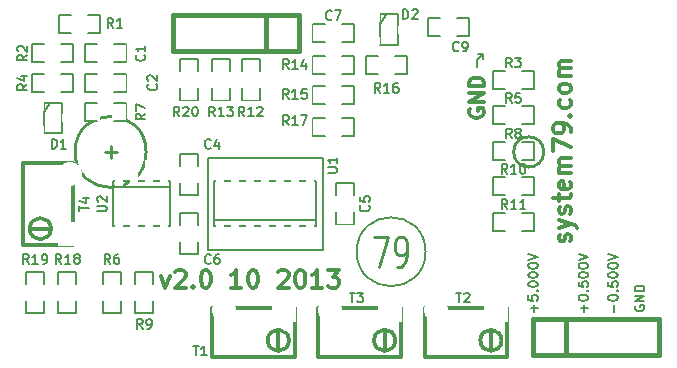
<source format=gto>
G04 (created by PCBNEW (2013-03-31 BZR 4008)-stable) date 2013-10-21 1:47:18 PM*
%MOIN*%
G04 Gerber Fmt 3.4, Leading zero omitted, Abs format*
%FSLAX34Y34*%
G01*
G70*
G90*
G04 APERTURE LIST*
%ADD10C,0.006*%
%ADD11C,0.00984252*%
%ADD12C,0.00787402*%
%ADD13C,0.011811*%
%ADD14C,0.005*%
%ADD15C,0.015*%
%ADD16C,0.0026*%
%ADD17C,0.0078*%
%ADD18C,0.008*%
%ADD19C,0.0802748*%
%ADD20R,0.0409748X0.0291748*%
%ADD21R,0.0565748X0.0465748*%
%ADD22R,0.0465748X0.0565748*%
%ADD23R,0.0802748X0.0802748*%
%ADD24R,0.0251748X0.0881748*%
%ADD25C,0.080315*%
G04 APERTURE END LIST*
G54D10*
X31025Y-17960D02*
X31010Y-17990D01*
X31010Y-18036D01*
X31025Y-18082D01*
X31056Y-18112D01*
X31086Y-18127D01*
X31147Y-18143D01*
X31193Y-18143D01*
X31254Y-18127D01*
X31284Y-18112D01*
X31315Y-18082D01*
X31330Y-18036D01*
X31330Y-18006D01*
X31315Y-17960D01*
X31299Y-17945D01*
X31193Y-17945D01*
X31193Y-18006D01*
X31330Y-17807D02*
X31010Y-17807D01*
X31330Y-17625D01*
X31010Y-17625D01*
X31330Y-17472D02*
X31010Y-17472D01*
X31010Y-17396D01*
X31025Y-17350D01*
X31056Y-17320D01*
X31086Y-17305D01*
X31147Y-17289D01*
X31193Y-17289D01*
X31254Y-17305D01*
X31284Y-17320D01*
X31315Y-17350D01*
X31330Y-17396D01*
X31330Y-17472D01*
X30322Y-18169D02*
X30322Y-17925D01*
X30124Y-17712D02*
X30124Y-17681D01*
X30139Y-17651D01*
X30154Y-17635D01*
X30185Y-17620D01*
X30246Y-17605D01*
X30322Y-17605D01*
X30383Y-17620D01*
X30414Y-17635D01*
X30429Y-17651D01*
X30444Y-17681D01*
X30444Y-17712D01*
X30429Y-17742D01*
X30414Y-17757D01*
X30383Y-17772D01*
X30322Y-17788D01*
X30246Y-17788D01*
X30185Y-17772D01*
X30154Y-17757D01*
X30139Y-17742D01*
X30124Y-17712D01*
X30414Y-17468D02*
X30429Y-17452D01*
X30444Y-17468D01*
X30429Y-17483D01*
X30414Y-17468D01*
X30444Y-17468D01*
X30124Y-17163D02*
X30124Y-17315D01*
X30276Y-17331D01*
X30261Y-17315D01*
X30246Y-17285D01*
X30246Y-17209D01*
X30261Y-17178D01*
X30276Y-17163D01*
X30307Y-17148D01*
X30383Y-17148D01*
X30414Y-17163D01*
X30429Y-17178D01*
X30444Y-17209D01*
X30444Y-17285D01*
X30429Y-17315D01*
X30414Y-17331D01*
X30124Y-16950D02*
X30124Y-16919D01*
X30139Y-16889D01*
X30154Y-16873D01*
X30185Y-16858D01*
X30246Y-16843D01*
X30322Y-16843D01*
X30383Y-16858D01*
X30414Y-16873D01*
X30429Y-16889D01*
X30444Y-16919D01*
X30444Y-16950D01*
X30429Y-16980D01*
X30414Y-16995D01*
X30383Y-17011D01*
X30322Y-17026D01*
X30246Y-17026D01*
X30185Y-17011D01*
X30154Y-16995D01*
X30139Y-16980D01*
X30124Y-16950D01*
X30124Y-16645D02*
X30124Y-16614D01*
X30139Y-16584D01*
X30154Y-16569D01*
X30185Y-16553D01*
X30246Y-16538D01*
X30322Y-16538D01*
X30383Y-16553D01*
X30414Y-16569D01*
X30429Y-16584D01*
X30444Y-16614D01*
X30444Y-16645D01*
X30429Y-16675D01*
X30414Y-16691D01*
X30383Y-16706D01*
X30322Y-16721D01*
X30246Y-16721D01*
X30185Y-16706D01*
X30154Y-16691D01*
X30139Y-16675D01*
X30124Y-16645D01*
X30124Y-16447D02*
X30444Y-16340D01*
X30124Y-16233D01*
X29338Y-18169D02*
X29338Y-17925D01*
X29460Y-18047D02*
X29216Y-18047D01*
X29140Y-17712D02*
X29140Y-17681D01*
X29155Y-17651D01*
X29170Y-17635D01*
X29201Y-17620D01*
X29262Y-17605D01*
X29338Y-17605D01*
X29399Y-17620D01*
X29429Y-17635D01*
X29444Y-17651D01*
X29460Y-17681D01*
X29460Y-17712D01*
X29444Y-17742D01*
X29429Y-17757D01*
X29399Y-17772D01*
X29338Y-17788D01*
X29262Y-17788D01*
X29201Y-17772D01*
X29170Y-17757D01*
X29155Y-17742D01*
X29140Y-17712D01*
X29429Y-17468D02*
X29444Y-17452D01*
X29460Y-17468D01*
X29444Y-17483D01*
X29429Y-17468D01*
X29460Y-17468D01*
X29140Y-17163D02*
X29140Y-17315D01*
X29292Y-17331D01*
X29277Y-17315D01*
X29262Y-17285D01*
X29262Y-17209D01*
X29277Y-17178D01*
X29292Y-17163D01*
X29323Y-17148D01*
X29399Y-17148D01*
X29429Y-17163D01*
X29444Y-17178D01*
X29460Y-17209D01*
X29460Y-17285D01*
X29444Y-17315D01*
X29429Y-17331D01*
X29140Y-16950D02*
X29140Y-16919D01*
X29155Y-16889D01*
X29170Y-16873D01*
X29201Y-16858D01*
X29262Y-16843D01*
X29338Y-16843D01*
X29399Y-16858D01*
X29429Y-16873D01*
X29444Y-16889D01*
X29460Y-16919D01*
X29460Y-16950D01*
X29444Y-16980D01*
X29429Y-16995D01*
X29399Y-17011D01*
X29338Y-17026D01*
X29262Y-17026D01*
X29201Y-17011D01*
X29170Y-16995D01*
X29155Y-16980D01*
X29140Y-16950D01*
X29140Y-16645D02*
X29140Y-16614D01*
X29155Y-16584D01*
X29170Y-16569D01*
X29201Y-16553D01*
X29262Y-16538D01*
X29338Y-16538D01*
X29399Y-16553D01*
X29429Y-16569D01*
X29444Y-16584D01*
X29460Y-16614D01*
X29460Y-16645D01*
X29444Y-16675D01*
X29429Y-16691D01*
X29399Y-16706D01*
X29338Y-16721D01*
X29262Y-16721D01*
X29201Y-16706D01*
X29170Y-16691D01*
X29155Y-16675D01*
X29140Y-16645D01*
X29140Y-16447D02*
X29460Y-16340D01*
X29140Y-16233D01*
X27665Y-18169D02*
X27665Y-17925D01*
X27787Y-18047D02*
X27543Y-18047D01*
X27467Y-17620D02*
X27467Y-17772D01*
X27619Y-17788D01*
X27604Y-17772D01*
X27588Y-17742D01*
X27588Y-17666D01*
X27604Y-17635D01*
X27619Y-17620D01*
X27649Y-17605D01*
X27726Y-17605D01*
X27756Y-17620D01*
X27771Y-17635D01*
X27787Y-17666D01*
X27787Y-17742D01*
X27771Y-17772D01*
X27756Y-17788D01*
X27756Y-17468D02*
X27771Y-17452D01*
X27787Y-17468D01*
X27771Y-17483D01*
X27756Y-17468D01*
X27787Y-17468D01*
X27467Y-17254D02*
X27467Y-17224D01*
X27482Y-17193D01*
X27497Y-17178D01*
X27527Y-17163D01*
X27588Y-17148D01*
X27665Y-17148D01*
X27726Y-17163D01*
X27756Y-17178D01*
X27771Y-17193D01*
X27787Y-17224D01*
X27787Y-17254D01*
X27771Y-17285D01*
X27756Y-17300D01*
X27726Y-17315D01*
X27665Y-17331D01*
X27588Y-17331D01*
X27527Y-17315D01*
X27497Y-17300D01*
X27482Y-17285D01*
X27467Y-17254D01*
X27467Y-16950D02*
X27467Y-16919D01*
X27482Y-16889D01*
X27497Y-16873D01*
X27527Y-16858D01*
X27588Y-16843D01*
X27665Y-16843D01*
X27726Y-16858D01*
X27756Y-16873D01*
X27771Y-16889D01*
X27787Y-16919D01*
X27787Y-16950D01*
X27771Y-16980D01*
X27756Y-16995D01*
X27726Y-17011D01*
X27665Y-17026D01*
X27588Y-17026D01*
X27527Y-17011D01*
X27497Y-16995D01*
X27482Y-16980D01*
X27467Y-16950D01*
X27467Y-16645D02*
X27467Y-16614D01*
X27482Y-16584D01*
X27497Y-16569D01*
X27527Y-16553D01*
X27588Y-16538D01*
X27665Y-16538D01*
X27726Y-16553D01*
X27756Y-16569D01*
X27771Y-16584D01*
X27787Y-16614D01*
X27787Y-16645D01*
X27771Y-16675D01*
X27756Y-16691D01*
X27726Y-16706D01*
X27665Y-16721D01*
X27588Y-16721D01*
X27527Y-16706D01*
X27497Y-16691D01*
X27482Y-16675D01*
X27467Y-16645D01*
X27467Y-16447D02*
X27787Y-16340D01*
X27467Y-16233D01*
X12506Y-14810D02*
X12506Y-14627D01*
X12826Y-14719D02*
X12506Y-14719D01*
X12613Y-14384D02*
X12826Y-14384D01*
X12491Y-14460D02*
X12719Y-14536D01*
X12719Y-14338D01*
X21508Y-17526D02*
X21691Y-17526D01*
X21599Y-17846D02*
X21599Y-17526D01*
X21767Y-17526D02*
X21965Y-17526D01*
X21858Y-17647D01*
X21904Y-17647D01*
X21934Y-17663D01*
X21950Y-17678D01*
X21965Y-17708D01*
X21965Y-17785D01*
X21950Y-17815D01*
X21934Y-17830D01*
X21904Y-17846D01*
X21812Y-17846D01*
X21782Y-17830D01*
X21767Y-17815D01*
X25051Y-17526D02*
X25234Y-17526D01*
X25142Y-17846D02*
X25142Y-17526D01*
X25325Y-17556D02*
X25340Y-17541D01*
X25371Y-17526D01*
X25447Y-17526D01*
X25478Y-17541D01*
X25493Y-17556D01*
X25508Y-17587D01*
X25508Y-17617D01*
X25493Y-17663D01*
X25310Y-17846D01*
X25508Y-17846D01*
X16291Y-19297D02*
X16474Y-19297D01*
X16383Y-19617D02*
X16383Y-19297D01*
X16748Y-19617D02*
X16565Y-19617D01*
X16657Y-19617D02*
X16657Y-19297D01*
X16626Y-19343D01*
X16596Y-19373D01*
X16565Y-19389D01*
G54D11*
X27984Y-12834D02*
G75*
G03X27984Y-12834I-504J0D01*
G74*
G01*
X13543Y-12637D02*
X13543Y-13031D01*
X13740Y-12834D02*
X13346Y-12834D01*
X14727Y-12834D02*
G75*
G03X14727Y-12834I-1184J0D01*
G74*
G01*
G54D12*
X25944Y-9586D02*
X25944Y-9744D01*
X25944Y-9586D02*
X25787Y-9586D01*
X25748Y-9783D02*
X25748Y-10019D01*
X25944Y-9586D02*
X25748Y-9783D01*
G54D13*
X25513Y-11404D02*
X25489Y-11452D01*
X25489Y-11523D01*
X25513Y-11595D01*
X25561Y-11642D01*
X25608Y-11666D01*
X25704Y-11690D01*
X25775Y-11690D01*
X25870Y-11666D01*
X25918Y-11642D01*
X25965Y-11595D01*
X25989Y-11523D01*
X25989Y-11476D01*
X25965Y-11404D01*
X25942Y-11380D01*
X25775Y-11380D01*
X25775Y-11476D01*
X25989Y-11166D02*
X25489Y-11166D01*
X25989Y-10880D01*
X25489Y-10880D01*
X25989Y-10642D02*
X25489Y-10642D01*
X25489Y-10523D01*
X25513Y-10452D01*
X25561Y-10404D01*
X25608Y-10380D01*
X25704Y-10356D01*
X25775Y-10356D01*
X25870Y-10380D01*
X25918Y-10404D01*
X25965Y-10452D01*
X25989Y-10523D01*
X25989Y-10642D01*
X15227Y-16971D02*
X15368Y-17365D01*
X15508Y-16971D01*
X15705Y-16830D02*
X15733Y-16802D01*
X15790Y-16774D01*
X15930Y-16774D01*
X15987Y-16802D01*
X16015Y-16830D01*
X16043Y-16886D01*
X16043Y-16943D01*
X16015Y-17027D01*
X15677Y-17365D01*
X16043Y-17365D01*
X16296Y-17308D02*
X16324Y-17336D01*
X16296Y-17365D01*
X16268Y-17336D01*
X16296Y-17308D01*
X16296Y-17365D01*
X16690Y-16774D02*
X16746Y-16774D01*
X16802Y-16802D01*
X16830Y-16830D01*
X16858Y-16886D01*
X16886Y-16999D01*
X16886Y-17140D01*
X16858Y-17252D01*
X16830Y-17308D01*
X16802Y-17336D01*
X16746Y-17365D01*
X16690Y-17365D01*
X16633Y-17336D01*
X16605Y-17308D01*
X16577Y-17252D01*
X16549Y-17140D01*
X16549Y-16999D01*
X16577Y-16886D01*
X16605Y-16830D01*
X16633Y-16802D01*
X16690Y-16774D01*
X17899Y-17365D02*
X17561Y-17365D01*
X17730Y-17365D02*
X17730Y-16774D01*
X17674Y-16858D01*
X17618Y-16915D01*
X17561Y-16943D01*
X18264Y-16774D02*
X18321Y-16774D01*
X18377Y-16802D01*
X18405Y-16830D01*
X18433Y-16886D01*
X18461Y-16999D01*
X18461Y-17140D01*
X18433Y-17252D01*
X18405Y-17308D01*
X18377Y-17336D01*
X18321Y-17365D01*
X18264Y-17365D01*
X18208Y-17336D01*
X18180Y-17308D01*
X18152Y-17252D01*
X18124Y-17140D01*
X18124Y-16999D01*
X18152Y-16886D01*
X18180Y-16830D01*
X18208Y-16802D01*
X18264Y-16774D01*
X19136Y-16830D02*
X19164Y-16802D01*
X19221Y-16774D01*
X19361Y-16774D01*
X19417Y-16802D01*
X19446Y-16830D01*
X19474Y-16886D01*
X19474Y-16943D01*
X19446Y-17027D01*
X19108Y-17365D01*
X19474Y-17365D01*
X19839Y-16774D02*
X19895Y-16774D01*
X19952Y-16802D01*
X19980Y-16830D01*
X20008Y-16886D01*
X20036Y-16999D01*
X20036Y-17140D01*
X20008Y-17252D01*
X19980Y-17308D01*
X19952Y-17336D01*
X19895Y-17365D01*
X19839Y-17365D01*
X19783Y-17336D01*
X19755Y-17308D01*
X19727Y-17252D01*
X19699Y-17140D01*
X19699Y-16999D01*
X19727Y-16886D01*
X19755Y-16830D01*
X19783Y-16802D01*
X19839Y-16774D01*
X20598Y-17365D02*
X20261Y-17365D01*
X20430Y-17365D02*
X20430Y-16774D01*
X20374Y-16858D01*
X20317Y-16915D01*
X20261Y-16943D01*
X20795Y-16774D02*
X21161Y-16774D01*
X20964Y-16999D01*
X21048Y-16999D01*
X21105Y-17027D01*
X21133Y-17055D01*
X21161Y-17111D01*
X21161Y-17252D01*
X21133Y-17308D01*
X21105Y-17336D01*
X21048Y-17365D01*
X20880Y-17365D01*
X20823Y-17336D01*
X20795Y-17308D01*
X28852Y-15818D02*
X28880Y-15762D01*
X28880Y-15649D01*
X28852Y-15593D01*
X28796Y-15565D01*
X28768Y-15565D01*
X28712Y-15593D01*
X28683Y-15649D01*
X28683Y-15733D01*
X28655Y-15790D01*
X28599Y-15818D01*
X28571Y-15818D01*
X28515Y-15790D01*
X28487Y-15733D01*
X28487Y-15649D01*
X28515Y-15593D01*
X28487Y-15368D02*
X28880Y-15227D01*
X28487Y-15087D02*
X28880Y-15227D01*
X29021Y-15284D01*
X29049Y-15312D01*
X29077Y-15368D01*
X28852Y-14890D02*
X28880Y-14834D01*
X28880Y-14721D01*
X28852Y-14665D01*
X28796Y-14637D01*
X28768Y-14637D01*
X28712Y-14665D01*
X28683Y-14721D01*
X28683Y-14805D01*
X28655Y-14862D01*
X28599Y-14890D01*
X28571Y-14890D01*
X28515Y-14862D01*
X28487Y-14805D01*
X28487Y-14721D01*
X28515Y-14665D01*
X28487Y-14468D02*
X28487Y-14243D01*
X28290Y-14384D02*
X28796Y-14384D01*
X28852Y-14356D01*
X28880Y-14299D01*
X28880Y-14243D01*
X28852Y-13821D02*
X28880Y-13877D01*
X28880Y-13990D01*
X28852Y-14046D01*
X28796Y-14074D01*
X28571Y-14074D01*
X28515Y-14046D01*
X28487Y-13990D01*
X28487Y-13877D01*
X28515Y-13821D01*
X28571Y-13793D01*
X28627Y-13793D01*
X28683Y-14074D01*
X28880Y-13540D02*
X28487Y-13540D01*
X28543Y-13540D02*
X28515Y-13512D01*
X28487Y-13456D01*
X28487Y-13371D01*
X28515Y-13315D01*
X28571Y-13287D01*
X28880Y-13287D01*
X28571Y-13287D02*
X28515Y-13259D01*
X28487Y-13203D01*
X28487Y-13118D01*
X28515Y-13062D01*
X28571Y-13034D01*
X28880Y-13034D01*
X28290Y-12809D02*
X28290Y-12415D01*
X28880Y-12668D01*
X28880Y-12162D02*
X28880Y-12050D01*
X28852Y-11993D01*
X28824Y-11965D01*
X28740Y-11909D01*
X28627Y-11881D01*
X28402Y-11881D01*
X28346Y-11909D01*
X28318Y-11937D01*
X28290Y-11993D01*
X28290Y-12106D01*
X28318Y-12162D01*
X28346Y-12190D01*
X28402Y-12218D01*
X28543Y-12218D01*
X28599Y-12190D01*
X28627Y-12162D01*
X28655Y-12106D01*
X28655Y-11993D01*
X28627Y-11937D01*
X28599Y-11909D01*
X28543Y-11881D01*
X28824Y-11628D02*
X28852Y-11600D01*
X28880Y-11628D01*
X28852Y-11656D01*
X28824Y-11628D01*
X28880Y-11628D01*
X28852Y-11093D02*
X28880Y-11150D01*
X28880Y-11262D01*
X28852Y-11318D01*
X28824Y-11347D01*
X28768Y-11375D01*
X28599Y-11375D01*
X28543Y-11347D01*
X28515Y-11318D01*
X28487Y-11262D01*
X28487Y-11150D01*
X28515Y-11093D01*
X28880Y-10756D02*
X28852Y-10812D01*
X28824Y-10840D01*
X28768Y-10868D01*
X28599Y-10868D01*
X28543Y-10840D01*
X28515Y-10812D01*
X28487Y-10756D01*
X28487Y-10672D01*
X28515Y-10615D01*
X28543Y-10587D01*
X28599Y-10559D01*
X28768Y-10559D01*
X28824Y-10587D01*
X28852Y-10615D01*
X28880Y-10672D01*
X28880Y-10756D01*
X28880Y-10306D02*
X28487Y-10306D01*
X28543Y-10306D02*
X28515Y-10278D01*
X28487Y-10222D01*
X28487Y-10137D01*
X28515Y-10081D01*
X28571Y-10053D01*
X28880Y-10053D01*
X28571Y-10053D02*
X28515Y-10025D01*
X28487Y-9969D01*
X28487Y-9884D01*
X28515Y-9828D01*
X28571Y-9800D01*
X28880Y-9800D01*
G54D12*
X24041Y-16161D02*
G75*
G03X24041Y-16161I-1147J0D01*
G74*
G01*
G54D11*
X22335Y-15673D02*
X22795Y-15673D01*
X22500Y-16658D01*
X23090Y-16658D02*
X23221Y-16658D01*
X23287Y-16611D01*
X23320Y-16564D01*
X23385Y-16423D01*
X23418Y-16236D01*
X23418Y-15861D01*
X23385Y-15767D01*
X23353Y-15720D01*
X23287Y-15673D01*
X23156Y-15673D01*
X23090Y-15720D01*
X23057Y-15767D01*
X23024Y-15861D01*
X23024Y-16095D01*
X23057Y-16189D01*
X23090Y-16236D01*
X23156Y-16283D01*
X23287Y-16283D01*
X23353Y-16236D01*
X23385Y-16189D01*
X23418Y-16095D01*
G54D14*
X11314Y-11512D02*
X11514Y-11212D01*
X11314Y-12212D02*
X11314Y-11187D01*
X11314Y-11187D02*
X11914Y-11187D01*
X11914Y-11187D02*
X11914Y-12212D01*
X11914Y-12212D02*
X11314Y-12212D01*
X15841Y-15271D02*
X15841Y-14871D01*
X15841Y-14871D02*
X16441Y-14871D01*
X16441Y-14871D02*
X16441Y-15271D01*
X16441Y-15831D02*
X16441Y-16231D01*
X16441Y-16231D02*
X15841Y-16231D01*
X15841Y-16231D02*
X15841Y-15831D01*
X15841Y-13302D02*
X15841Y-12902D01*
X15841Y-12902D02*
X16441Y-12902D01*
X16441Y-12902D02*
X16441Y-13302D01*
X16441Y-13862D02*
X16441Y-14262D01*
X16441Y-14262D02*
X15841Y-14262D01*
X15841Y-14262D02*
X15841Y-13862D01*
X17524Y-10713D02*
X17524Y-11113D01*
X17524Y-11113D02*
X16924Y-11113D01*
X16924Y-11113D02*
X16924Y-10713D01*
X16924Y-10153D02*
X16924Y-9753D01*
X16924Y-9753D02*
X17524Y-9753D01*
X17524Y-9753D02*
X17524Y-10153D01*
X26688Y-15457D02*
X26288Y-15457D01*
X26288Y-15457D02*
X26288Y-14857D01*
X26288Y-14857D02*
X26688Y-14857D01*
X27248Y-14857D02*
X27648Y-14857D01*
X27648Y-14857D02*
X27648Y-15457D01*
X27648Y-15457D02*
X27248Y-15457D01*
X26688Y-14276D02*
X26288Y-14276D01*
X26288Y-14276D02*
X26288Y-13676D01*
X26288Y-13676D02*
X26688Y-13676D01*
X27248Y-13676D02*
X27648Y-13676D01*
X27648Y-13676D02*
X27648Y-14276D01*
X27648Y-14276D02*
X27248Y-14276D01*
X26688Y-13095D02*
X26288Y-13095D01*
X26288Y-13095D02*
X26288Y-12495D01*
X26288Y-12495D02*
X26688Y-12495D01*
X27248Y-12495D02*
X27648Y-12495D01*
X27648Y-12495D02*
X27648Y-13095D01*
X27648Y-13095D02*
X27248Y-13095D01*
X26688Y-11914D02*
X26288Y-11914D01*
X26288Y-11914D02*
X26288Y-11314D01*
X26288Y-11314D02*
X26688Y-11314D01*
X27248Y-11314D02*
X27648Y-11314D01*
X27648Y-11314D02*
X27648Y-11914D01*
X27648Y-11914D02*
X27248Y-11914D01*
X26688Y-10733D02*
X26288Y-10733D01*
X26288Y-10733D02*
X26288Y-10133D01*
X26288Y-10133D02*
X26688Y-10133D01*
X27248Y-10133D02*
X27648Y-10133D01*
X27648Y-10133D02*
X27648Y-10733D01*
X27648Y-10733D02*
X27248Y-10733D01*
X13105Y-11815D02*
X12705Y-11815D01*
X12705Y-11815D02*
X12705Y-11215D01*
X12705Y-11215D02*
X13105Y-11215D01*
X13665Y-11215D02*
X14065Y-11215D01*
X14065Y-11215D02*
X14065Y-11815D01*
X14065Y-11815D02*
X13665Y-11815D01*
X11334Y-9847D02*
X10934Y-9847D01*
X10934Y-9847D02*
X10934Y-9247D01*
X10934Y-9247D02*
X11334Y-9247D01*
X11894Y-9247D02*
X12294Y-9247D01*
X12294Y-9247D02*
X12294Y-9847D01*
X12294Y-9847D02*
X11894Y-9847D01*
X13105Y-9847D02*
X12705Y-9847D01*
X12705Y-9847D02*
X12705Y-9247D01*
X12705Y-9247D02*
X13105Y-9247D01*
X13665Y-9247D02*
X14065Y-9247D01*
X14065Y-9247D02*
X14065Y-9847D01*
X14065Y-9847D02*
X13665Y-9847D01*
X18508Y-10713D02*
X18508Y-11113D01*
X18508Y-11113D02*
X17908Y-11113D01*
X17908Y-11113D02*
X17908Y-10713D01*
X17908Y-10153D02*
X17908Y-9753D01*
X17908Y-9753D02*
X18508Y-9753D01*
X18508Y-9753D02*
X18508Y-10153D01*
X21058Y-14286D02*
X21058Y-13886D01*
X21058Y-13886D02*
X21658Y-13886D01*
X21658Y-13886D02*
X21658Y-14286D01*
X21658Y-14846D02*
X21658Y-15246D01*
X21658Y-15246D02*
X21058Y-15246D01*
X21058Y-15246D02*
X21058Y-14846D01*
X14365Y-17239D02*
X14365Y-16839D01*
X14365Y-16839D02*
X14965Y-16839D01*
X14965Y-16839D02*
X14965Y-17239D01*
X14965Y-17799D02*
X14965Y-18199D01*
X14965Y-18199D02*
X14365Y-18199D01*
X14365Y-18199D02*
X14365Y-17799D01*
X13105Y-10831D02*
X12705Y-10831D01*
X12705Y-10831D02*
X12705Y-10231D01*
X12705Y-10231D02*
X13105Y-10231D01*
X13665Y-10231D02*
X14065Y-10231D01*
X14065Y-10231D02*
X14065Y-10831D01*
X14065Y-10831D02*
X13665Y-10831D01*
X13882Y-17799D02*
X13882Y-18199D01*
X13882Y-18199D02*
X13282Y-18199D01*
X13282Y-18199D02*
X13282Y-17799D01*
X13282Y-17239D02*
X13282Y-16839D01*
X13282Y-16839D02*
X13882Y-16839D01*
X13882Y-16839D02*
X13882Y-17239D01*
X11334Y-10831D02*
X10934Y-10831D01*
X10934Y-10831D02*
X10934Y-10231D01*
X10934Y-10231D02*
X11334Y-10231D01*
X11894Y-10231D02*
X12294Y-10231D01*
X12294Y-10231D02*
X12294Y-10831D01*
X12294Y-10831D02*
X11894Y-10831D01*
X12220Y-8862D02*
X11820Y-8862D01*
X11820Y-8862D02*
X11820Y-8262D01*
X11820Y-8262D02*
X12220Y-8262D01*
X12780Y-8262D02*
X13180Y-8262D01*
X13180Y-8262D02*
X13180Y-8862D01*
X13180Y-8862D02*
X12780Y-8862D01*
G54D15*
X18716Y-9458D02*
X18716Y-8258D01*
X19816Y-9458D02*
X19816Y-8258D01*
X19816Y-8258D02*
X15616Y-8258D01*
X15616Y-8258D02*
X15616Y-9458D01*
X15616Y-9458D02*
X19816Y-9458D01*
G54D16*
X17104Y-15786D02*
X17297Y-15786D01*
X17297Y-15786D02*
X17297Y-15353D01*
X17104Y-15353D02*
X17297Y-15353D01*
X17104Y-15786D02*
X17104Y-15353D01*
X17604Y-15786D02*
X17797Y-15786D01*
X17797Y-15786D02*
X17797Y-15353D01*
X17604Y-15353D02*
X17797Y-15353D01*
X17604Y-15786D02*
X17604Y-15353D01*
X18104Y-15786D02*
X18297Y-15786D01*
X18297Y-15786D02*
X18297Y-15353D01*
X18104Y-15353D02*
X18297Y-15353D01*
X18104Y-15786D02*
X18104Y-15353D01*
X18604Y-15786D02*
X18796Y-15786D01*
X18796Y-15786D02*
X18796Y-15353D01*
X18604Y-15353D02*
X18796Y-15353D01*
X18604Y-15786D02*
X18604Y-15353D01*
X18604Y-13779D02*
X18796Y-13779D01*
X18796Y-13779D02*
X18796Y-13346D01*
X18604Y-13346D02*
X18796Y-13346D01*
X18604Y-13779D02*
X18604Y-13346D01*
X18104Y-13779D02*
X18297Y-13779D01*
X18297Y-13779D02*
X18297Y-13346D01*
X18104Y-13346D02*
X18297Y-13346D01*
X18104Y-13779D02*
X18104Y-13346D01*
X17604Y-13779D02*
X17797Y-13779D01*
X17797Y-13779D02*
X17797Y-13346D01*
X17604Y-13346D02*
X17797Y-13346D01*
X17604Y-13779D02*
X17604Y-13346D01*
X17104Y-13779D02*
X17297Y-13779D01*
X17297Y-13779D02*
X17297Y-13346D01*
X17104Y-13346D02*
X17297Y-13346D01*
X17104Y-13779D02*
X17104Y-13346D01*
X19103Y-15786D02*
X19296Y-15786D01*
X19296Y-15786D02*
X19296Y-15353D01*
X19103Y-15353D02*
X19296Y-15353D01*
X19103Y-15786D02*
X19103Y-15353D01*
X19603Y-15786D02*
X19796Y-15786D01*
X19796Y-15786D02*
X19796Y-15353D01*
X19603Y-15353D02*
X19796Y-15353D01*
X19603Y-15786D02*
X19603Y-15353D01*
X20103Y-15786D02*
X20296Y-15786D01*
X20296Y-15786D02*
X20296Y-15353D01*
X20103Y-15353D02*
X20296Y-15353D01*
X20103Y-15786D02*
X20103Y-15353D01*
X20103Y-13779D02*
X20296Y-13779D01*
X20296Y-13779D02*
X20296Y-13346D01*
X20103Y-13346D02*
X20296Y-13346D01*
X20103Y-13779D02*
X20103Y-13346D01*
X19603Y-13779D02*
X19796Y-13779D01*
X19796Y-13779D02*
X19796Y-13346D01*
X19603Y-13346D02*
X19796Y-13346D01*
X19603Y-13779D02*
X19603Y-13346D01*
X19103Y-13779D02*
X19296Y-13779D01*
X19296Y-13779D02*
X19296Y-13346D01*
X19103Y-13346D02*
X19296Y-13346D01*
X19103Y-13779D02*
X19103Y-13346D01*
G54D17*
X16773Y-13031D02*
X20627Y-13031D01*
X20627Y-16101D02*
X16773Y-16101D01*
X16773Y-16101D02*
X16773Y-13031D01*
G54D18*
X20394Y-15314D02*
X17006Y-15314D01*
X17006Y-15314D02*
X17006Y-15117D01*
X17006Y-15117D02*
X17006Y-13818D01*
X20394Y-15117D02*
X17006Y-15117D01*
X20394Y-13818D02*
X20394Y-15117D01*
X20394Y-15117D02*
X20394Y-15314D01*
G54D17*
X20627Y-13031D02*
X20627Y-16101D01*
G54D18*
X17006Y-13818D02*
X20394Y-13818D01*
G54D14*
X22534Y-8559D02*
X22734Y-8259D01*
X22534Y-9259D02*
X22534Y-8234D01*
X22534Y-8234D02*
X23134Y-8234D01*
X23134Y-8234D02*
X23134Y-9259D01*
X23134Y-9259D02*
X22534Y-9259D01*
X22456Y-10240D02*
X22056Y-10240D01*
X22056Y-10240D02*
X22056Y-9640D01*
X22056Y-9640D02*
X22456Y-9640D01*
X23016Y-9640D02*
X23416Y-9640D01*
X23416Y-9640D02*
X23416Y-10240D01*
X23416Y-10240D02*
X23016Y-10240D01*
X24523Y-8961D02*
X24123Y-8961D01*
X24123Y-8961D02*
X24123Y-8361D01*
X24123Y-8361D02*
X24523Y-8361D01*
X25083Y-8361D02*
X25483Y-8361D01*
X25483Y-8361D02*
X25483Y-8961D01*
X25483Y-8961D02*
X25083Y-8961D01*
X21244Y-11707D02*
X21644Y-11707D01*
X21644Y-11707D02*
X21644Y-12307D01*
X21644Y-12307D02*
X21244Y-12307D01*
X20684Y-12307D02*
X20284Y-12307D01*
X20284Y-12307D02*
X20284Y-11707D01*
X20284Y-11707D02*
X20684Y-11707D01*
X20684Y-10240D02*
X20284Y-10240D01*
X20284Y-10240D02*
X20284Y-9640D01*
X20284Y-9640D02*
X20684Y-9640D01*
X21244Y-9640D02*
X21644Y-9640D01*
X21644Y-9640D02*
X21644Y-10240D01*
X21644Y-10240D02*
X21244Y-10240D01*
X21244Y-10625D02*
X21644Y-10625D01*
X21644Y-10625D02*
X21644Y-11225D01*
X21644Y-11225D02*
X21244Y-11225D01*
X20684Y-11225D02*
X20284Y-11225D01*
X20284Y-11225D02*
X20284Y-10625D01*
X20284Y-10625D02*
X20684Y-10625D01*
X20684Y-9158D02*
X20284Y-9158D01*
X20284Y-9158D02*
X20284Y-8558D01*
X20284Y-8558D02*
X20684Y-8558D01*
X21244Y-8558D02*
X21644Y-8558D01*
X21644Y-8558D02*
X21644Y-9158D01*
X21644Y-9158D02*
X21244Y-9158D01*
G54D16*
X15412Y-13346D02*
X15219Y-13346D01*
X15219Y-13346D02*
X15219Y-13779D01*
X15412Y-13779D02*
X15219Y-13779D01*
X15412Y-13346D02*
X15412Y-13779D01*
X14912Y-13346D02*
X14719Y-13346D01*
X14719Y-13346D02*
X14719Y-13779D01*
X14912Y-13779D02*
X14719Y-13779D01*
X14912Y-13346D02*
X14912Y-13779D01*
X14413Y-13346D02*
X14220Y-13346D01*
X14220Y-13346D02*
X14220Y-13779D01*
X14413Y-13779D02*
X14220Y-13779D01*
X14413Y-13346D02*
X14413Y-13779D01*
X13913Y-13346D02*
X13720Y-13346D01*
X13720Y-13346D02*
X13720Y-13779D01*
X13913Y-13779D02*
X13720Y-13779D01*
X13913Y-13346D02*
X13913Y-13779D01*
X13913Y-15353D02*
X13720Y-15353D01*
X13720Y-15353D02*
X13720Y-15786D01*
X13913Y-15786D02*
X13720Y-15786D01*
X13913Y-15353D02*
X13913Y-15786D01*
X14413Y-15353D02*
X14220Y-15353D01*
X14220Y-15353D02*
X14220Y-15786D01*
X14413Y-15786D02*
X14220Y-15786D01*
X14413Y-15353D02*
X14413Y-15786D01*
X14912Y-15353D02*
X14719Y-15353D01*
X14719Y-15353D02*
X14719Y-15786D01*
X14912Y-15786D02*
X14719Y-15786D01*
X14912Y-15353D02*
X14912Y-15786D01*
X15412Y-15353D02*
X15219Y-15353D01*
X15219Y-15353D02*
X15219Y-15786D01*
X15412Y-15786D02*
X15219Y-15786D01*
X15412Y-15353D02*
X15412Y-15786D01*
G54D18*
X13622Y-15314D02*
X13622Y-14015D01*
X13622Y-14015D02*
X13622Y-13818D01*
X13622Y-13818D02*
X15510Y-13818D01*
X15510Y-13818D02*
X15510Y-14015D01*
X15510Y-14015D02*
X15510Y-15314D01*
X15510Y-15314D02*
X13622Y-15314D01*
X13622Y-14015D02*
X15510Y-14015D01*
G54D13*
X19133Y-19468D02*
X19133Y-18759D01*
X19488Y-19114D02*
G75*
G03X19488Y-19114I-354J0D01*
G74*
G01*
X16929Y-19685D02*
X19685Y-19685D01*
X19685Y-19685D02*
X19685Y-18031D01*
X16929Y-18031D02*
X16929Y-19685D01*
X16929Y-18031D02*
X19685Y-18031D01*
X22677Y-19468D02*
X22677Y-18759D01*
X23031Y-19114D02*
G75*
G03X23031Y-19114I-354J0D01*
G74*
G01*
X20472Y-19685D02*
X23228Y-19685D01*
X23228Y-19685D02*
X23228Y-18031D01*
X20472Y-18031D02*
X20472Y-19685D01*
X20472Y-18031D02*
X23228Y-18031D01*
X26220Y-19468D02*
X26220Y-18759D01*
X26574Y-19114D02*
G75*
G03X26574Y-19114I-354J0D01*
G74*
G01*
X24015Y-19685D02*
X26771Y-19685D01*
X26771Y-19685D02*
X26771Y-18031D01*
X24015Y-18031D02*
X24015Y-19685D01*
X24015Y-18031D02*
X26771Y-18031D01*
X10846Y-15393D02*
X11555Y-15393D01*
X11555Y-15393D02*
G75*
G03X11555Y-15393I-354J0D01*
G74*
G01*
X10629Y-13188D02*
X10629Y-15944D01*
X10629Y-15944D02*
X12283Y-15944D01*
X12283Y-13188D02*
X10629Y-13188D01*
X12283Y-13188D02*
X12283Y-15944D01*
G54D14*
X12406Y-17799D02*
X12406Y-18199D01*
X12406Y-18199D02*
X11806Y-18199D01*
X11806Y-18199D02*
X11806Y-17799D01*
X11806Y-17239D02*
X11806Y-16839D01*
X11806Y-16839D02*
X12406Y-16839D01*
X12406Y-16839D02*
X12406Y-17239D01*
X11323Y-17799D02*
X11323Y-18199D01*
X11323Y-18199D02*
X10723Y-18199D01*
X10723Y-18199D02*
X10723Y-17799D01*
X10723Y-17239D02*
X10723Y-16839D01*
X10723Y-16839D02*
X11323Y-16839D01*
X11323Y-16839D02*
X11323Y-17239D01*
X16441Y-10713D02*
X16441Y-11113D01*
X16441Y-11113D02*
X15841Y-11113D01*
X15841Y-11113D02*
X15841Y-10713D01*
X15841Y-10153D02*
X15841Y-9753D01*
X15841Y-9753D02*
X16441Y-9753D01*
X16441Y-9753D02*
X16441Y-10153D01*
G54D15*
X28724Y-18396D02*
X28724Y-19596D01*
X27624Y-18396D02*
X27624Y-19596D01*
X27624Y-19596D02*
X31824Y-19596D01*
X31824Y-19596D02*
X31824Y-18396D01*
X31824Y-18396D02*
X27624Y-18396D01*
G54D10*
X11574Y-12727D02*
X11574Y-12407D01*
X11651Y-12407D01*
X11696Y-12423D01*
X11727Y-12453D01*
X11742Y-12484D01*
X11757Y-12545D01*
X11757Y-12590D01*
X11742Y-12651D01*
X11727Y-12682D01*
X11696Y-12712D01*
X11651Y-12727D01*
X11574Y-12727D01*
X12062Y-12727D02*
X11879Y-12727D01*
X11971Y-12727D02*
X11971Y-12407D01*
X11940Y-12453D01*
X11910Y-12484D01*
X11879Y-12499D01*
X16875Y-16536D02*
X16860Y-16551D01*
X16814Y-16566D01*
X16784Y-16566D01*
X16738Y-16551D01*
X16708Y-16520D01*
X16692Y-16490D01*
X16677Y-16429D01*
X16677Y-16383D01*
X16692Y-16322D01*
X16708Y-16292D01*
X16738Y-16261D01*
X16784Y-16246D01*
X16814Y-16246D01*
X16860Y-16261D01*
X16875Y-16277D01*
X17150Y-16246D02*
X17089Y-16246D01*
X17058Y-16261D01*
X17043Y-16277D01*
X17012Y-16322D01*
X16997Y-16383D01*
X16997Y-16505D01*
X17012Y-16536D01*
X17028Y-16551D01*
X17058Y-16566D01*
X17119Y-16566D01*
X17150Y-16551D01*
X17165Y-16536D01*
X17180Y-16505D01*
X17180Y-16429D01*
X17165Y-16398D01*
X17150Y-16383D01*
X17119Y-16368D01*
X17058Y-16368D01*
X17028Y-16383D01*
X17012Y-16398D01*
X16997Y-16429D01*
X16875Y-12697D02*
X16860Y-12712D01*
X16814Y-12727D01*
X16784Y-12727D01*
X16738Y-12712D01*
X16708Y-12682D01*
X16692Y-12651D01*
X16677Y-12590D01*
X16677Y-12545D01*
X16692Y-12484D01*
X16708Y-12453D01*
X16738Y-12423D01*
X16784Y-12407D01*
X16814Y-12407D01*
X16860Y-12423D01*
X16875Y-12438D01*
X17150Y-12514D02*
X17150Y-12727D01*
X17073Y-12392D02*
X16997Y-12621D01*
X17195Y-12621D01*
X17018Y-11645D02*
X16912Y-11492D01*
X16835Y-11645D02*
X16835Y-11325D01*
X16957Y-11325D01*
X16988Y-11340D01*
X17003Y-11355D01*
X17018Y-11386D01*
X17018Y-11431D01*
X17003Y-11462D01*
X16988Y-11477D01*
X16957Y-11492D01*
X16835Y-11492D01*
X17323Y-11645D02*
X17140Y-11645D01*
X17232Y-11645D02*
X17232Y-11325D01*
X17201Y-11370D01*
X17171Y-11401D01*
X17140Y-11416D01*
X17430Y-11325D02*
X17628Y-11325D01*
X17521Y-11447D01*
X17567Y-11447D01*
X17597Y-11462D01*
X17612Y-11477D01*
X17628Y-11508D01*
X17628Y-11584D01*
X17612Y-11614D01*
X17597Y-11630D01*
X17567Y-11645D01*
X17475Y-11645D01*
X17445Y-11630D01*
X17430Y-11614D01*
X26762Y-14737D02*
X26656Y-14584D01*
X26579Y-14737D02*
X26579Y-14417D01*
X26701Y-14417D01*
X26732Y-14432D01*
X26747Y-14447D01*
X26762Y-14477D01*
X26762Y-14523D01*
X26747Y-14554D01*
X26732Y-14569D01*
X26701Y-14584D01*
X26579Y-14584D01*
X27067Y-14737D02*
X26884Y-14737D01*
X26976Y-14737D02*
X26976Y-14417D01*
X26945Y-14462D01*
X26915Y-14493D01*
X26884Y-14508D01*
X27372Y-14737D02*
X27189Y-14737D01*
X27280Y-14737D02*
X27280Y-14417D01*
X27250Y-14462D01*
X27219Y-14493D01*
X27189Y-14508D01*
X26762Y-13555D02*
X26656Y-13403D01*
X26579Y-13555D02*
X26579Y-13235D01*
X26701Y-13235D01*
X26732Y-13251D01*
X26747Y-13266D01*
X26762Y-13296D01*
X26762Y-13342D01*
X26747Y-13373D01*
X26732Y-13388D01*
X26701Y-13403D01*
X26579Y-13403D01*
X27067Y-13555D02*
X26884Y-13555D01*
X26976Y-13555D02*
X26976Y-13235D01*
X26945Y-13281D01*
X26915Y-13312D01*
X26884Y-13327D01*
X27265Y-13235D02*
X27296Y-13235D01*
X27326Y-13251D01*
X27341Y-13266D01*
X27357Y-13296D01*
X27372Y-13357D01*
X27372Y-13433D01*
X27357Y-13494D01*
X27341Y-13525D01*
X27326Y-13540D01*
X27296Y-13555D01*
X27265Y-13555D01*
X27235Y-13540D01*
X27219Y-13525D01*
X27204Y-13494D01*
X27189Y-13433D01*
X27189Y-13357D01*
X27204Y-13296D01*
X27219Y-13266D01*
X27235Y-13251D01*
X27265Y-13235D01*
X26915Y-12374D02*
X26808Y-12222D01*
X26732Y-12374D02*
X26732Y-12054D01*
X26854Y-12054D01*
X26884Y-12070D01*
X26899Y-12085D01*
X26915Y-12115D01*
X26915Y-12161D01*
X26899Y-12191D01*
X26884Y-12207D01*
X26854Y-12222D01*
X26732Y-12222D01*
X27098Y-12191D02*
X27067Y-12176D01*
X27052Y-12161D01*
X27037Y-12130D01*
X27037Y-12115D01*
X27052Y-12085D01*
X27067Y-12070D01*
X27098Y-12054D01*
X27158Y-12054D01*
X27189Y-12070D01*
X27204Y-12085D01*
X27219Y-12115D01*
X27219Y-12130D01*
X27204Y-12161D01*
X27189Y-12176D01*
X27158Y-12191D01*
X27098Y-12191D01*
X27067Y-12207D01*
X27052Y-12222D01*
X27037Y-12252D01*
X27037Y-12313D01*
X27052Y-12344D01*
X27067Y-12359D01*
X27098Y-12374D01*
X27158Y-12374D01*
X27189Y-12359D01*
X27204Y-12344D01*
X27219Y-12313D01*
X27219Y-12252D01*
X27204Y-12222D01*
X27189Y-12207D01*
X27158Y-12191D01*
X26915Y-11193D02*
X26808Y-11041D01*
X26732Y-11193D02*
X26732Y-10873D01*
X26854Y-10873D01*
X26884Y-10888D01*
X26899Y-10904D01*
X26915Y-10934D01*
X26915Y-10980D01*
X26899Y-11010D01*
X26884Y-11026D01*
X26854Y-11041D01*
X26732Y-11041D01*
X27204Y-10873D02*
X27052Y-10873D01*
X27037Y-11026D01*
X27052Y-11010D01*
X27082Y-10995D01*
X27158Y-10995D01*
X27189Y-11010D01*
X27204Y-11026D01*
X27219Y-11056D01*
X27219Y-11132D01*
X27204Y-11163D01*
X27189Y-11178D01*
X27158Y-11193D01*
X27082Y-11193D01*
X27052Y-11178D01*
X27037Y-11163D01*
X26915Y-10012D02*
X26808Y-9860D01*
X26732Y-10012D02*
X26732Y-9692D01*
X26854Y-9692D01*
X26884Y-9707D01*
X26899Y-9723D01*
X26915Y-9753D01*
X26915Y-9799D01*
X26899Y-9829D01*
X26884Y-9844D01*
X26854Y-9860D01*
X26732Y-9860D01*
X27021Y-9692D02*
X27219Y-9692D01*
X27113Y-9814D01*
X27158Y-9814D01*
X27189Y-9829D01*
X27204Y-9844D01*
X27219Y-9875D01*
X27219Y-9951D01*
X27204Y-9982D01*
X27189Y-9997D01*
X27158Y-10012D01*
X27067Y-10012D01*
X27037Y-9997D01*
X27021Y-9982D01*
X14696Y-11569D02*
X14544Y-11675D01*
X14696Y-11751D02*
X14376Y-11751D01*
X14376Y-11630D01*
X14391Y-11599D01*
X14406Y-11584D01*
X14437Y-11569D01*
X14483Y-11569D01*
X14513Y-11584D01*
X14528Y-11599D01*
X14544Y-11630D01*
X14544Y-11751D01*
X14376Y-11462D02*
X14376Y-11249D01*
X14696Y-11386D01*
X10759Y-9600D02*
X10607Y-9707D01*
X10759Y-9783D02*
X10439Y-9783D01*
X10439Y-9661D01*
X10454Y-9631D01*
X10469Y-9615D01*
X10500Y-9600D01*
X10546Y-9600D01*
X10576Y-9615D01*
X10591Y-9631D01*
X10607Y-9661D01*
X10607Y-9783D01*
X10469Y-9478D02*
X10454Y-9463D01*
X10439Y-9432D01*
X10439Y-9356D01*
X10454Y-9326D01*
X10469Y-9311D01*
X10500Y-9295D01*
X10530Y-9295D01*
X10576Y-9311D01*
X10759Y-9493D01*
X10759Y-9295D01*
X14665Y-9600D02*
X14681Y-9615D01*
X14696Y-9661D01*
X14696Y-9692D01*
X14681Y-9737D01*
X14650Y-9768D01*
X14620Y-9783D01*
X14559Y-9798D01*
X14513Y-9798D01*
X14452Y-9783D01*
X14422Y-9768D01*
X14391Y-9737D01*
X14376Y-9692D01*
X14376Y-9661D01*
X14391Y-9615D01*
X14406Y-9600D01*
X14696Y-9295D02*
X14696Y-9478D01*
X14696Y-9387D02*
X14376Y-9387D01*
X14422Y-9417D01*
X14452Y-9448D01*
X14467Y-9478D01*
X18002Y-11645D02*
X17896Y-11492D01*
X17820Y-11645D02*
X17820Y-11325D01*
X17941Y-11325D01*
X17972Y-11340D01*
X17987Y-11355D01*
X18002Y-11386D01*
X18002Y-11431D01*
X17987Y-11462D01*
X17972Y-11477D01*
X17941Y-11492D01*
X17820Y-11492D01*
X18307Y-11645D02*
X18124Y-11645D01*
X18216Y-11645D02*
X18216Y-11325D01*
X18185Y-11370D01*
X18155Y-11401D01*
X18124Y-11416D01*
X18429Y-11355D02*
X18444Y-11340D01*
X18475Y-11325D01*
X18551Y-11325D01*
X18581Y-11340D01*
X18597Y-11355D01*
X18612Y-11386D01*
X18612Y-11416D01*
X18597Y-11462D01*
X18414Y-11645D01*
X18612Y-11645D01*
X22146Y-14620D02*
X22161Y-14635D01*
X22176Y-14681D01*
X22176Y-14711D01*
X22161Y-14757D01*
X22131Y-14787D01*
X22100Y-14803D01*
X22039Y-14818D01*
X21993Y-14818D01*
X21932Y-14803D01*
X21902Y-14787D01*
X21872Y-14757D01*
X21856Y-14711D01*
X21856Y-14681D01*
X21872Y-14635D01*
X21887Y-14620D01*
X21856Y-14330D02*
X21856Y-14483D01*
X22009Y-14498D01*
X21993Y-14483D01*
X21978Y-14452D01*
X21978Y-14376D01*
X21993Y-14345D01*
X22009Y-14330D01*
X22039Y-14315D01*
X22115Y-14315D01*
X22146Y-14330D01*
X22161Y-14345D01*
X22176Y-14376D01*
X22176Y-14452D01*
X22161Y-14483D01*
X22146Y-14498D01*
X14612Y-18731D02*
X14505Y-18579D01*
X14429Y-18731D02*
X14429Y-18411D01*
X14551Y-18411D01*
X14581Y-18427D01*
X14596Y-18442D01*
X14612Y-18472D01*
X14612Y-18518D01*
X14596Y-18549D01*
X14581Y-18564D01*
X14551Y-18579D01*
X14429Y-18579D01*
X14764Y-18731D02*
X14825Y-18731D01*
X14855Y-18716D01*
X14871Y-18701D01*
X14901Y-18655D01*
X14916Y-18594D01*
X14916Y-18472D01*
X14901Y-18442D01*
X14886Y-18427D01*
X14855Y-18411D01*
X14794Y-18411D01*
X14764Y-18427D01*
X14749Y-18442D01*
X14733Y-18472D01*
X14733Y-18549D01*
X14749Y-18579D01*
X14764Y-18594D01*
X14794Y-18609D01*
X14855Y-18609D01*
X14886Y-18594D01*
X14901Y-18579D01*
X14916Y-18549D01*
X15059Y-10584D02*
X15074Y-10600D01*
X15090Y-10645D01*
X15090Y-10676D01*
X15074Y-10721D01*
X15044Y-10752D01*
X15013Y-10767D01*
X14953Y-10782D01*
X14907Y-10782D01*
X14846Y-10767D01*
X14815Y-10752D01*
X14785Y-10721D01*
X14770Y-10676D01*
X14770Y-10645D01*
X14785Y-10600D01*
X14800Y-10584D01*
X14800Y-10462D02*
X14785Y-10447D01*
X14770Y-10417D01*
X14770Y-10341D01*
X14785Y-10310D01*
X14800Y-10295D01*
X14831Y-10280D01*
X14861Y-10280D01*
X14907Y-10295D01*
X15090Y-10478D01*
X15090Y-10280D01*
X13529Y-16566D02*
X13422Y-16414D01*
X13346Y-16566D02*
X13346Y-16246D01*
X13468Y-16246D01*
X13498Y-16261D01*
X13514Y-16277D01*
X13529Y-16307D01*
X13529Y-16353D01*
X13514Y-16383D01*
X13498Y-16398D01*
X13468Y-16414D01*
X13346Y-16414D01*
X13803Y-16246D02*
X13742Y-16246D01*
X13712Y-16261D01*
X13696Y-16277D01*
X13666Y-16322D01*
X13651Y-16383D01*
X13651Y-16505D01*
X13666Y-16536D01*
X13681Y-16551D01*
X13712Y-16566D01*
X13773Y-16566D01*
X13803Y-16551D01*
X13818Y-16536D01*
X13834Y-16505D01*
X13834Y-16429D01*
X13818Y-16398D01*
X13803Y-16383D01*
X13773Y-16368D01*
X13712Y-16368D01*
X13681Y-16383D01*
X13666Y-16398D01*
X13651Y-16429D01*
X10759Y-10584D02*
X10607Y-10691D01*
X10759Y-10767D02*
X10439Y-10767D01*
X10439Y-10645D01*
X10454Y-10615D01*
X10469Y-10600D01*
X10500Y-10584D01*
X10546Y-10584D01*
X10576Y-10600D01*
X10591Y-10615D01*
X10607Y-10645D01*
X10607Y-10767D01*
X10546Y-10310D02*
X10759Y-10310D01*
X10424Y-10386D02*
X10652Y-10462D01*
X10652Y-10264D01*
X13627Y-8692D02*
X13521Y-8540D01*
X13444Y-8692D02*
X13444Y-8372D01*
X13566Y-8372D01*
X13597Y-8387D01*
X13612Y-8402D01*
X13627Y-8433D01*
X13627Y-8479D01*
X13612Y-8509D01*
X13597Y-8524D01*
X13566Y-8540D01*
X13444Y-8540D01*
X13932Y-8692D02*
X13749Y-8692D01*
X13841Y-8692D02*
X13841Y-8372D01*
X13810Y-8418D01*
X13780Y-8448D01*
X13749Y-8463D01*
X20774Y-13531D02*
X21033Y-13531D01*
X21063Y-13515D01*
X21078Y-13500D01*
X21094Y-13470D01*
X21094Y-13409D01*
X21078Y-13378D01*
X21063Y-13363D01*
X21033Y-13348D01*
X20774Y-13348D01*
X21094Y-13028D02*
X21094Y-13211D01*
X21094Y-13119D02*
X20774Y-13119D01*
X20819Y-13150D01*
X20850Y-13180D01*
X20865Y-13211D01*
X23287Y-8397D02*
X23287Y-8077D01*
X23363Y-8077D01*
X23409Y-8092D01*
X23439Y-8122D01*
X23455Y-8153D01*
X23470Y-8214D01*
X23470Y-8260D01*
X23455Y-8321D01*
X23439Y-8351D01*
X23409Y-8382D01*
X23363Y-8397D01*
X23287Y-8397D01*
X23592Y-8107D02*
X23607Y-8092D01*
X23637Y-8077D01*
X23714Y-8077D01*
X23744Y-8092D01*
X23759Y-8107D01*
X23775Y-8138D01*
X23775Y-8168D01*
X23759Y-8214D01*
X23576Y-8397D01*
X23775Y-8397D01*
X22530Y-10857D02*
X22423Y-10705D01*
X22347Y-10857D02*
X22347Y-10537D01*
X22469Y-10537D01*
X22500Y-10553D01*
X22515Y-10568D01*
X22530Y-10598D01*
X22530Y-10644D01*
X22515Y-10675D01*
X22500Y-10690D01*
X22469Y-10705D01*
X22347Y-10705D01*
X22835Y-10857D02*
X22652Y-10857D01*
X22743Y-10857D02*
X22743Y-10537D01*
X22713Y-10583D01*
X22682Y-10614D01*
X22652Y-10629D01*
X23109Y-10537D02*
X23048Y-10537D01*
X23018Y-10553D01*
X23002Y-10568D01*
X22972Y-10614D01*
X22957Y-10675D01*
X22957Y-10796D01*
X22972Y-10827D01*
X22987Y-10842D01*
X23018Y-10857D01*
X23079Y-10857D01*
X23109Y-10842D01*
X23124Y-10827D01*
X23140Y-10796D01*
X23140Y-10720D01*
X23124Y-10690D01*
X23109Y-10675D01*
X23079Y-10659D01*
X23018Y-10659D01*
X22987Y-10675D01*
X22972Y-10690D01*
X22957Y-10720D01*
X25143Y-9449D02*
X25128Y-9464D01*
X25082Y-9479D01*
X25052Y-9479D01*
X25006Y-9464D01*
X24975Y-9434D01*
X24960Y-9403D01*
X24945Y-9342D01*
X24945Y-9297D01*
X24960Y-9236D01*
X24975Y-9205D01*
X25006Y-9175D01*
X25052Y-9159D01*
X25082Y-9159D01*
X25128Y-9175D01*
X25143Y-9190D01*
X25295Y-9479D02*
X25356Y-9479D01*
X25387Y-9464D01*
X25402Y-9449D01*
X25433Y-9403D01*
X25448Y-9342D01*
X25448Y-9220D01*
X25433Y-9190D01*
X25417Y-9175D01*
X25387Y-9159D01*
X25326Y-9159D01*
X25295Y-9175D01*
X25280Y-9190D01*
X25265Y-9220D01*
X25265Y-9297D01*
X25280Y-9327D01*
X25295Y-9342D01*
X25326Y-9358D01*
X25387Y-9358D01*
X25417Y-9342D01*
X25433Y-9327D01*
X25448Y-9297D01*
X19479Y-11940D02*
X19372Y-11788D01*
X19296Y-11940D02*
X19296Y-11620D01*
X19418Y-11620D01*
X19448Y-11635D01*
X19464Y-11651D01*
X19479Y-11681D01*
X19479Y-11727D01*
X19464Y-11757D01*
X19448Y-11772D01*
X19418Y-11788D01*
X19296Y-11788D01*
X19784Y-11940D02*
X19601Y-11940D01*
X19692Y-11940D02*
X19692Y-11620D01*
X19662Y-11666D01*
X19631Y-11696D01*
X19601Y-11711D01*
X19890Y-11620D02*
X20104Y-11620D01*
X19966Y-11940D01*
X19479Y-10070D02*
X19372Y-9918D01*
X19296Y-10070D02*
X19296Y-9750D01*
X19418Y-9750D01*
X19448Y-9765D01*
X19464Y-9780D01*
X19479Y-9811D01*
X19479Y-9857D01*
X19464Y-9887D01*
X19448Y-9902D01*
X19418Y-9918D01*
X19296Y-9918D01*
X19784Y-10070D02*
X19601Y-10070D01*
X19692Y-10070D02*
X19692Y-9750D01*
X19662Y-9796D01*
X19631Y-9826D01*
X19601Y-9841D01*
X20058Y-9857D02*
X20058Y-10070D01*
X19982Y-9735D02*
X19905Y-9963D01*
X20104Y-9963D01*
X19479Y-11054D02*
X19372Y-10902D01*
X19296Y-11054D02*
X19296Y-10734D01*
X19418Y-10734D01*
X19448Y-10749D01*
X19464Y-10765D01*
X19479Y-10795D01*
X19479Y-10841D01*
X19464Y-10871D01*
X19448Y-10887D01*
X19418Y-10902D01*
X19296Y-10902D01*
X19784Y-11054D02*
X19601Y-11054D01*
X19692Y-11054D02*
X19692Y-10734D01*
X19662Y-10780D01*
X19631Y-10810D01*
X19601Y-10826D01*
X20073Y-10734D02*
X19921Y-10734D01*
X19905Y-10887D01*
X19921Y-10871D01*
X19951Y-10856D01*
X20027Y-10856D01*
X20058Y-10871D01*
X20073Y-10887D01*
X20088Y-10917D01*
X20088Y-10993D01*
X20073Y-11024D01*
X20058Y-11039D01*
X20027Y-11054D01*
X19951Y-11054D01*
X19921Y-11039D01*
X19905Y-11024D01*
X20911Y-8407D02*
X20895Y-8422D01*
X20850Y-8437D01*
X20819Y-8437D01*
X20774Y-8422D01*
X20743Y-8392D01*
X20728Y-8361D01*
X20713Y-8300D01*
X20713Y-8254D01*
X20728Y-8193D01*
X20743Y-8163D01*
X20774Y-8133D01*
X20819Y-8117D01*
X20850Y-8117D01*
X20895Y-8133D01*
X20911Y-8148D01*
X21017Y-8117D02*
X21231Y-8117D01*
X21094Y-8437D01*
X13096Y-14810D02*
X13355Y-14810D01*
X13386Y-14795D01*
X13401Y-14780D01*
X13416Y-14749D01*
X13416Y-14688D01*
X13401Y-14658D01*
X13386Y-14643D01*
X13355Y-14627D01*
X13096Y-14627D01*
X13127Y-14490D02*
X13112Y-14475D01*
X13096Y-14445D01*
X13096Y-14368D01*
X13112Y-14338D01*
X13127Y-14323D01*
X13157Y-14307D01*
X13188Y-14307D01*
X13234Y-14323D01*
X13416Y-14505D01*
X13416Y-14307D01*
X11900Y-16566D02*
X11793Y-16414D01*
X11717Y-16566D02*
X11717Y-16246D01*
X11839Y-16246D01*
X11870Y-16261D01*
X11885Y-16277D01*
X11900Y-16307D01*
X11900Y-16353D01*
X11885Y-16383D01*
X11870Y-16398D01*
X11839Y-16414D01*
X11717Y-16414D01*
X12205Y-16566D02*
X12022Y-16566D01*
X12113Y-16566D02*
X12113Y-16246D01*
X12083Y-16292D01*
X12052Y-16322D01*
X12022Y-16337D01*
X12388Y-16383D02*
X12357Y-16368D01*
X12342Y-16353D01*
X12327Y-16322D01*
X12327Y-16307D01*
X12342Y-16277D01*
X12357Y-16261D01*
X12388Y-16246D01*
X12449Y-16246D01*
X12479Y-16261D01*
X12494Y-16277D01*
X12510Y-16307D01*
X12510Y-16322D01*
X12494Y-16353D01*
X12479Y-16368D01*
X12449Y-16383D01*
X12388Y-16383D01*
X12357Y-16398D01*
X12342Y-16414D01*
X12327Y-16444D01*
X12327Y-16505D01*
X12342Y-16536D01*
X12357Y-16551D01*
X12388Y-16566D01*
X12449Y-16566D01*
X12479Y-16551D01*
X12494Y-16536D01*
X12510Y-16505D01*
X12510Y-16444D01*
X12494Y-16414D01*
X12479Y-16398D01*
X12449Y-16383D01*
X10817Y-16566D02*
X10711Y-16414D01*
X10635Y-16566D02*
X10635Y-16246D01*
X10756Y-16246D01*
X10787Y-16261D01*
X10802Y-16277D01*
X10817Y-16307D01*
X10817Y-16353D01*
X10802Y-16383D01*
X10787Y-16398D01*
X10756Y-16414D01*
X10635Y-16414D01*
X11122Y-16566D02*
X10939Y-16566D01*
X11031Y-16566D02*
X11031Y-16246D01*
X11000Y-16292D01*
X10970Y-16322D01*
X10939Y-16337D01*
X11275Y-16566D02*
X11336Y-16566D01*
X11366Y-16551D01*
X11381Y-16536D01*
X11412Y-16490D01*
X11427Y-16429D01*
X11427Y-16307D01*
X11412Y-16277D01*
X11396Y-16261D01*
X11366Y-16246D01*
X11305Y-16246D01*
X11275Y-16261D01*
X11259Y-16277D01*
X11244Y-16307D01*
X11244Y-16383D01*
X11259Y-16414D01*
X11275Y-16429D01*
X11305Y-16444D01*
X11366Y-16444D01*
X11396Y-16429D01*
X11412Y-16414D01*
X11427Y-16383D01*
X15837Y-11645D02*
X15730Y-11492D01*
X15654Y-11645D02*
X15654Y-11325D01*
X15776Y-11325D01*
X15807Y-11340D01*
X15822Y-11355D01*
X15837Y-11386D01*
X15837Y-11431D01*
X15822Y-11462D01*
X15807Y-11477D01*
X15776Y-11492D01*
X15654Y-11492D01*
X15959Y-11355D02*
X15974Y-11340D01*
X16005Y-11325D01*
X16081Y-11325D01*
X16111Y-11340D01*
X16127Y-11355D01*
X16142Y-11386D01*
X16142Y-11416D01*
X16127Y-11462D01*
X15944Y-11645D01*
X16142Y-11645D01*
X16340Y-11325D02*
X16370Y-11325D01*
X16401Y-11340D01*
X16416Y-11355D01*
X16431Y-11386D01*
X16447Y-11447D01*
X16447Y-11523D01*
X16431Y-11584D01*
X16416Y-11614D01*
X16401Y-11630D01*
X16370Y-11645D01*
X16340Y-11645D01*
X16309Y-11630D01*
X16294Y-11614D01*
X16279Y-11584D01*
X16264Y-11523D01*
X16264Y-11447D01*
X16279Y-11386D01*
X16294Y-11355D01*
X16309Y-11340D01*
X16340Y-11325D01*
%LPC*%
G54D19*
X13543Y-19133D03*
X11574Y-19133D03*
X15511Y-19133D03*
G54D20*
X12114Y-11712D03*
X11114Y-12087D03*
X11114Y-11337D03*
G54D21*
X16141Y-15126D03*
X16141Y-15976D03*
X16141Y-13157D03*
X16141Y-14007D03*
X17224Y-10858D03*
X17224Y-10008D03*
G54D22*
X26543Y-15157D03*
X27393Y-15157D03*
X26543Y-13976D03*
X27393Y-13976D03*
X26543Y-12795D03*
X27393Y-12795D03*
X26543Y-11614D03*
X27393Y-11614D03*
X26543Y-10433D03*
X27393Y-10433D03*
X12960Y-11515D03*
X13810Y-11515D03*
X11189Y-9547D03*
X12039Y-9547D03*
X12960Y-9547D03*
X13810Y-9547D03*
G54D21*
X18208Y-10858D03*
X18208Y-10008D03*
X21358Y-14141D03*
X21358Y-14991D03*
X14665Y-17094D03*
X14665Y-17944D03*
G54D22*
X12960Y-10531D03*
X13810Y-10531D03*
G54D21*
X13582Y-17944D03*
X13582Y-17094D03*
G54D22*
X11189Y-10531D03*
X12039Y-10531D03*
X12075Y-8562D03*
X12925Y-8562D03*
G54D23*
X19216Y-8858D03*
G54D19*
X18216Y-8858D03*
X17216Y-8858D03*
X16216Y-8858D03*
G54D24*
X17200Y-15589D03*
X17700Y-15589D03*
X18200Y-15589D03*
X18700Y-15589D03*
X19200Y-15589D03*
X19700Y-15589D03*
X20200Y-15589D03*
X20200Y-13543D03*
X19700Y-13543D03*
X19200Y-13543D03*
X18700Y-13543D03*
X18200Y-13543D03*
X17700Y-13543D03*
X17200Y-13543D03*
G54D25*
X23677Y-11814D03*
X24696Y-10051D03*
X26460Y-9031D03*
X28500Y-9031D03*
X30263Y-10051D03*
X31283Y-11814D03*
X29645Y-12834D03*
X25314Y-12834D03*
X23677Y-13854D03*
X24696Y-15618D03*
X26460Y-16637D03*
X28500Y-16637D03*
X30263Y-15618D03*
X31283Y-13854D03*
G54D20*
X23334Y-8759D03*
X22334Y-9134D03*
X22334Y-8384D03*
G54D22*
X22311Y-9940D03*
X23161Y-9940D03*
X24378Y-8661D03*
X25228Y-8661D03*
X21389Y-12007D03*
X20539Y-12007D03*
X20539Y-9940D03*
X21389Y-9940D03*
X21389Y-10925D03*
X20539Y-10925D03*
X20539Y-8858D03*
X21389Y-8858D03*
G54D24*
X15316Y-13543D03*
X14816Y-13543D03*
X14316Y-13543D03*
X13816Y-13543D03*
X13816Y-15589D03*
X14316Y-15589D03*
X14816Y-15589D03*
X15316Y-15589D03*
G54D19*
X18307Y-19110D03*
X17307Y-18110D03*
G54D23*
X19307Y-18110D03*
G54D19*
X21850Y-19110D03*
X20850Y-18110D03*
G54D23*
X22850Y-18110D03*
G54D19*
X25393Y-19110D03*
X24393Y-18110D03*
G54D23*
X26393Y-18110D03*
G54D19*
X11204Y-14566D03*
X12204Y-13566D03*
G54D23*
X12204Y-15566D03*
G54D21*
X12106Y-17944D03*
X12106Y-17094D03*
X11023Y-17944D03*
X11023Y-17094D03*
X16141Y-10858D03*
X16141Y-10008D03*
G54D23*
X28224Y-18996D03*
G54D19*
X29224Y-18996D03*
X30224Y-18996D03*
X31224Y-18996D03*
M02*

</source>
